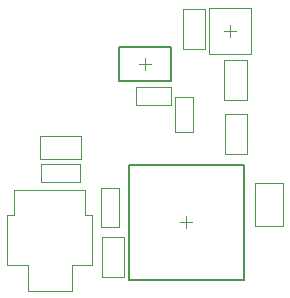
<source format=gbr>
%TF.GenerationSoftware,Altium Limited,Altium Designer,20.0.13 (296)*%
G04 Layer_Color=32768*
%FSLAX45Y45*%
%MOMM*%
%TF.FileFunction,Other,Mechanical_15*%
%TF.Part,Single*%
G01*
G75*
%TA.AperFunction,NonConductor*%
%ADD44C,0.20000*%
%ADD60C,0.10000*%
%ADD61C,0.05000*%
%ADD62C,0.05080*%
D44*
X9636592Y5851992D02*
X10607213D01*
X9636592D02*
Y6822608D01*
X10607213D01*
Y5851992D02*
Y6822608D01*
X9554098Y7530998D02*
Y7821000D01*
Y7530998D02*
X9994102D01*
Y7821000D01*
X9554098D02*
X9994102D01*
D60*
X10071903Y6337300D02*
X10171902D01*
X10121900Y6287298D02*
Y6387297D01*
X10315199Y8156103D02*
X10665201D01*
X10315199Y7766101D02*
X10665201D01*
Y8156103D01*
X10315199Y7766101D02*
Y8156103D01*
X10490200Y7911099D02*
Y8011099D01*
X10440203Y7961102D02*
X10540202D01*
X9774098Y7625999D02*
Y7725999D01*
X9724100Y7676002D02*
X9824100D01*
D61*
X9403598Y5876199D02*
X9595602D01*
Y6214201D01*
X9403598D02*
X9595602D01*
X9403598Y5876199D02*
Y6214201D01*
X9993498Y7328098D02*
Y7480102D01*
X9691502D02*
X9993498D01*
X9691502Y7328098D02*
Y7480102D01*
Y7328098D02*
X9993498D01*
X10023922Y7403003D02*
X10175926D01*
X10023922Y7101007D02*
Y7403003D01*
Y7101007D02*
X10175926D01*
Y7403003D01*
X10442702Y7372502D02*
X10639298D01*
X10442702Y7715098D02*
X10639298D01*
Y7372502D02*
Y7715098D01*
X10442702Y7372502D02*
Y7715098D01*
X10444998Y6917599D02*
X10637002D01*
Y7255596D01*
X10444998D02*
X10637002D01*
X10444998Y6917599D02*
Y7255596D01*
X8883797Y6874002D02*
Y7070598D01*
X9226398Y6874002D02*
Y7070598D01*
X8883797Y6874002D02*
X9226398D01*
X8883797Y7070598D02*
X9226398D01*
X9153200Y5973902D02*
X9327200D01*
X9153200Y5759902D02*
Y5973902D01*
X8779200Y5759902D02*
X9153200D01*
X8779200D02*
Y5973902D01*
X8605200D02*
X8779200D01*
X8605200D02*
Y6395898D01*
X8665200D01*
Y6609898D01*
X9267200D01*
Y6395898D02*
Y6609898D01*
Y6395898D02*
X9327200D01*
Y5973902D02*
Y6395898D01*
X10700400Y6304702D02*
X10940400D01*
Y6674698D01*
X10700400D02*
X10940400D01*
X10700400Y6304702D02*
Y6674698D01*
X10089398Y7806604D02*
X10281402D01*
Y8144601D01*
X10089398D02*
X10281402D01*
X10089398Y7806604D02*
Y8144601D01*
D62*
X8887800Y6834703D02*
X9222400D01*
Y6678102D02*
Y6834703D01*
X8887800Y6678102D02*
X9222400D01*
X8887800D02*
Y6834703D01*
X9395902Y6297000D02*
Y6631600D01*
X9552498D01*
Y6297000D02*
Y6631600D01*
X9395902Y6297000D02*
X9552498D01*
%TF.MD5,168f5c653f8c19d7e9b77bc965761100*%
M02*

</source>
